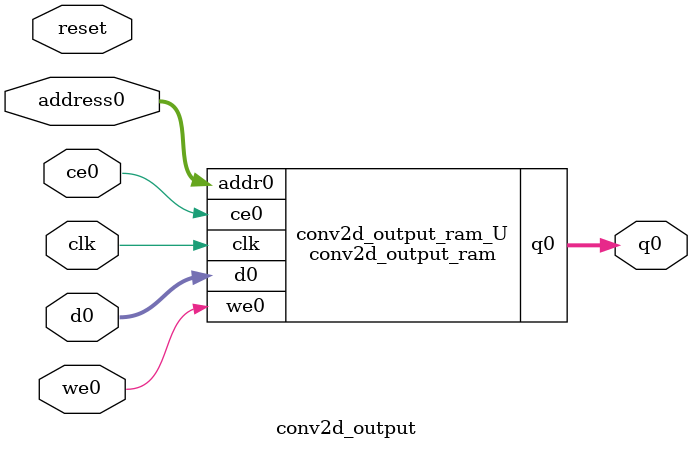
<source format=v>
`timescale 1 ns / 1 ps
module conv2d_output_ram (addr0, ce0, d0, we0, q0,  clk);

parameter DWIDTH = 32;
parameter AWIDTH = 12;
parameter MEM_SIZE = 3844;

input[AWIDTH-1:0] addr0;
input ce0;
input[DWIDTH-1:0] d0;
input we0;
output reg[DWIDTH-1:0] q0;
input clk;

(* ram_style = "block" *)reg [DWIDTH-1:0] ram[0:MEM_SIZE-1];




always @(posedge clk)  
begin 
    if (ce0) begin
        if (we0) 
            ram[addr0] <= d0; 
        q0 <= ram[addr0];
    end
end


endmodule

`timescale 1 ns / 1 ps
module conv2d_output(
    reset,
    clk,
    address0,
    ce0,
    we0,
    d0,
    q0);

parameter DataWidth = 32'd32;
parameter AddressRange = 32'd3844;
parameter AddressWidth = 32'd12;
input reset;
input clk;
input[AddressWidth - 1:0] address0;
input ce0;
input we0;
input[DataWidth - 1:0] d0;
output[DataWidth - 1:0] q0;



conv2d_output_ram conv2d_output_ram_U(
    .clk( clk ),
    .addr0( address0 ),
    .ce0( ce0 ),
    .we0( we0 ),
    .d0( d0 ),
    .q0( q0 ));

endmodule


</source>
